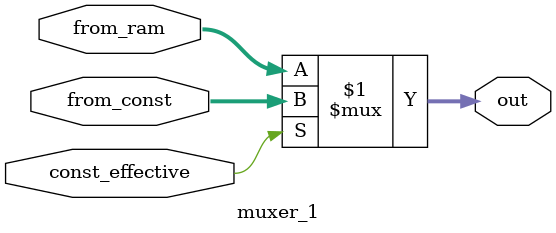
<source format=v>
module muxer_1(from_ram, from_const, const_effective, out);
    input [197:0] from_ram, from_const;
    input const_effective;
    output [197:0] out;
    assign out = const_effective ? from_const : from_ram;
endmodule
</source>
